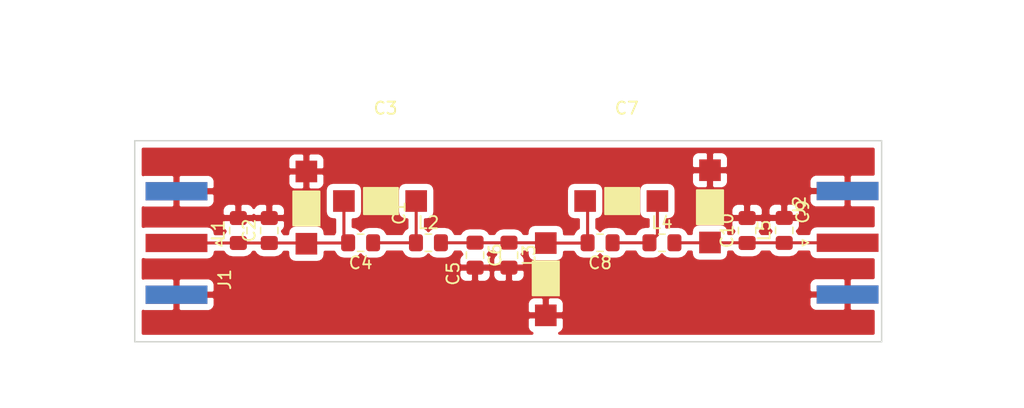
<source format=kicad_pcb>
(kicad_pcb (version 20171130) (host pcbnew "(6.0.0-rc1-dev-305-gf0b8b21)")

  (general
    (thickness 1.6)
    (drawings 4)
    (tracks 18)
    (zones 0)
    (modules 17)
    (nets 7)
  )

  (page A4)
  (layers
    (0 F.Cu signal)
    (31 B.Cu signal)
    (32 B.Adhes user)
    (33 F.Adhes user)
    (34 B.Paste user)
    (35 F.Paste user)
    (36 B.SilkS user)
    (37 F.SilkS user)
    (38 B.Mask user)
    (39 F.Mask user)
    (40 Dwgs.User user)
    (41 Cmts.User user)
    (42 Eco1.User user)
    (43 Eco2.User user)
    (44 Edge.Cuts user)
    (45 Margin user)
    (46 B.CrtYd user)
    (47 F.CrtYd user)
    (48 B.Fab user)
    (49 F.Fab user)
  )

  (setup
    (last_trace_width 0.25)
    (trace_clearance 0.2)
    (zone_clearance 0.508)
    (zone_45_only no)
    (trace_min 0.2)
    (via_size 0.8)
    (via_drill 0.4)
    (via_min_size 0.4)
    (via_min_drill 0.3)
    (uvia_size 0.3)
    (uvia_drill 0.1)
    (uvias_allowed no)
    (uvia_min_size 0.2)
    (uvia_min_drill 0.1)
    (edge_width 0.05)
    (segment_width 0.2)
    (pcb_text_width 0.3)
    (pcb_text_size 1.5 1.5)
    (mod_edge_width 0.12)
    (mod_text_size 1 1)
    (mod_text_width 0.15)
    (pad_size 1.524 1.524)
    (pad_drill 0.762)
    (pad_to_mask_clearance 0.2)
    (aux_axis_origin 0 0)
    (visible_elements FFFFFF7F)
    (pcbplotparams
      (layerselection 0x01000_7fffffff)
      (usegerberextensions false)
      (usegerberattributes false)
      (usegerberadvancedattributes false)
      (creategerberjobfile false)
      (excludeedgelayer true)
      (linewidth 0.100000)
      (plotframeref false)
      (viasonmask false)
      (mode 1)
      (useauxorigin false)
      (hpglpennumber 1)
      (hpglpenspeed 20)
      (hpglpendiameter 15.000000)
      (psnegative false)
      (psa4output false)
      (plotreference true)
      (plotvalue true)
      (plotinvisibletext false)
      (padsonsilk false)
      (subtractmaskfromsilk false)
      (outputformat 1)
      (mirror false)
      (drillshape 0)
      (scaleselection 1)
      (outputdirectory "../../../../../../../../../../../../Volumes/USB30FD/Conner/29.4 MHz Bandpass Filter/5th Order Chev/Shunt First/"))
  )

  (net 0 "")
  (net 1 "Net-(C1-Pad1)")
  (net 2 GND)
  (net 3 "Net-(C3-Pad1)")
  (net 4 "Net-(C5-Pad1)")
  (net 5 "Net-(C7-Pad1)")
  (net 6 "Net-(C10-Pad1)")

  (net_class Default "This is the default net class."
    (clearance 0.2)
    (trace_width 0.25)
    (via_dia 0.8)
    (via_drill 0.4)
    (uvia_dia 0.3)
    (uvia_drill 0.1)
    (add_net GND)
    (add_net "Net-(C1-Pad1)")
    (add_net "Net-(C10-Pad1)")
    (add_net "Net-(C3-Pad1)")
    (add_net "Net-(C5-Pad1)")
    (add_net "Net-(C7-Pad1)")
  )

  (module "Connector_PinHeader_2.54mm:Variable Capacitor" (layer F.Cu) (tedit 5E20EA9C) (tstamp 5E3CEC12)
    (at 130.429 60.936124 90)
    (path /5E3CA4A8)
    (fp_text reference C1 (at 0 7.62 90) (layer F.SilkS)
      (effects (font (size 1 1) (thickness 0.15)))
    )
    (fp_text value Trimmer1 (at 0 5.08 90) (layer F.Fab)
      (effects (font (size 1 1) (thickness 0.15)))
    )
    (fp_poly (pts (xy -1.016 -1.0795) (xy -1.016 1.0795) (xy 1.778 1.0795) (xy 1.778 -1.0795)) (layer F.SilkS) (width 0.15))
    (pad 1 smd rect (at -2.516124 0 90) (size 1.778 1.778) (layers F.Cu F.Paste F.Mask)
      (net 1 "Net-(C1-Pad1)"))
    (pad 2 smd rect (at 3.419348 0 90) (size 1.778 1.778) (layers F.Cu F.Paste F.Mask)
      (net 2 GND))
  )

  (module Capacitor_SMD:C_0805_2012Metric_Pad1.15x1.40mm_HandSolder (layer F.Cu) (tedit 5B36C52B) (tstamp 5E3CEC23)
    (at 127.381 62.366 90)
    (descr "Capacitor SMD 0805 (2012 Metric), square (rectangular) end terminal, IPC_7351 nominal with elongated pad for handsoldering. (Body size source: https://docs.google.com/spreadsheets/d/1BsfQQcO9C6DZCsRaXUlFlo91Tg2WpOkGARC1WS5S8t0/edit?usp=sharing), generated with kicad-footprint-generator")
    (tags "capacitor handsolder")
    (path /5E3C9B7E)
    (attr smd)
    (fp_text reference C2 (at 0 -1.65 90) (layer F.SilkS)
      (effects (font (size 1 1) (thickness 0.15)))
    )
    (fp_text value 270pF (at 0 1.65 90) (layer F.Fab)
      (effects (font (size 1 1) (thickness 0.15)))
    )
    (fp_line (start -1 0.6) (end -1 -0.6) (layer F.Fab) (width 0.1))
    (fp_line (start -1 -0.6) (end 1 -0.6) (layer F.Fab) (width 0.1))
    (fp_line (start 1 -0.6) (end 1 0.6) (layer F.Fab) (width 0.1))
    (fp_line (start 1 0.6) (end -1 0.6) (layer F.Fab) (width 0.1))
    (fp_line (start -0.261252 -0.71) (end 0.261252 -0.71) (layer F.SilkS) (width 0.12))
    (fp_line (start -0.261252 0.71) (end 0.261252 0.71) (layer F.SilkS) (width 0.12))
    (fp_line (start -1.85 0.95) (end -1.85 -0.95) (layer F.CrtYd) (width 0.05))
    (fp_line (start -1.85 -0.95) (end 1.85 -0.95) (layer F.CrtYd) (width 0.05))
    (fp_line (start 1.85 -0.95) (end 1.85 0.95) (layer F.CrtYd) (width 0.05))
    (fp_line (start 1.85 0.95) (end -1.85 0.95) (layer F.CrtYd) (width 0.05))
    (fp_text user %R (at 0 0 90) (layer F.Fab)
      (effects (font (size 0.5 0.5) (thickness 0.08)))
    )
    (pad 1 smd roundrect (at -1.025 0 90) (size 1.15 1.4) (layers F.Cu F.Paste F.Mask) (roundrect_rratio 0.217391)
      (net 1 "Net-(C1-Pad1)"))
    (pad 2 smd roundrect (at 1.025 0 90) (size 1.15 1.4) (layers F.Cu F.Paste F.Mask) (roundrect_rratio 0.217391)
      (net 2 GND))
    (model ${KISYS3DMOD}/Capacitor_SMD.3dshapes/C_0805_2012Metric.wrl
      (at (xyz 0 0 0))
      (scale (xyz 1 1 1))
      (rotate (xyz 0 0 0))
    )
  )

  (module "Connector_PinHeader_2.54mm:Variable Capacitor" (layer F.Cu) (tedit 5E20EA9C) (tstamp 5E3CEC2A)
    (at 136.929876 59.944 180)
    (path /5E3CA520)
    (fp_text reference C3 (at 0 7.62 180) (layer F.SilkS)
      (effects (font (size 1 1) (thickness 0.15)))
    )
    (fp_text value Trimmer2 (at 0 5.08 180) (layer F.Fab)
      (effects (font (size 1 1) (thickness 0.15)))
    )
    (fp_poly (pts (xy -1.016 -1.0795) (xy -1.016 1.0795) (xy 1.778 1.0795) (xy 1.778 -1.0795)) (layer F.SilkS) (width 0.15))
    (pad 2 smd rect (at 3.419348 0 180) (size 1.778 1.778) (layers F.Cu F.Paste F.Mask)
      (net 1 "Net-(C1-Pad1)"))
    (pad 1 smd rect (at -2.516124 0 180) (size 1.778 1.778) (layers F.Cu F.Paste F.Mask)
      (net 3 "Net-(C3-Pad1)"))
  )

  (module Capacitor_SMD:C_0805_2012Metric_Pad1.15x1.40mm_HandSolder (layer F.Cu) (tedit 5B36C52B) (tstamp 5E3CEC3B)
    (at 134.883 63.373 180)
    (descr "Capacitor SMD 0805 (2012 Metric), square (rectangular) end terminal, IPC_7351 nominal with elongated pad for handsoldering. (Body size source: https://docs.google.com/spreadsheets/d/1BsfQQcO9C6DZCsRaXUlFlo91Tg2WpOkGARC1WS5S8t0/edit?usp=sharing), generated with kicad-footprint-generator")
    (tags "capacitor handsolder")
    (path /5E3C9C4E)
    (attr smd)
    (fp_text reference C4 (at 0 -1.65 180) (layer F.SilkS)
      (effects (font (size 1 1) (thickness 0.15)))
    )
    (fp_text value 18pF (at 0 1.65 180) (layer F.Fab)
      (effects (font (size 1 1) (thickness 0.15)))
    )
    (fp_text user %R (at 0 0 180) (layer F.Fab)
      (effects (font (size 0.5 0.5) (thickness 0.08)))
    )
    (fp_line (start 1.85 0.95) (end -1.85 0.95) (layer F.CrtYd) (width 0.05))
    (fp_line (start 1.85 -0.95) (end 1.85 0.95) (layer F.CrtYd) (width 0.05))
    (fp_line (start -1.85 -0.95) (end 1.85 -0.95) (layer F.CrtYd) (width 0.05))
    (fp_line (start -1.85 0.95) (end -1.85 -0.95) (layer F.CrtYd) (width 0.05))
    (fp_line (start -0.261252 0.71) (end 0.261252 0.71) (layer F.SilkS) (width 0.12))
    (fp_line (start -0.261252 -0.71) (end 0.261252 -0.71) (layer F.SilkS) (width 0.12))
    (fp_line (start 1 0.6) (end -1 0.6) (layer F.Fab) (width 0.1))
    (fp_line (start 1 -0.6) (end 1 0.6) (layer F.Fab) (width 0.1))
    (fp_line (start -1 -0.6) (end 1 -0.6) (layer F.Fab) (width 0.1))
    (fp_line (start -1 0.6) (end -1 -0.6) (layer F.Fab) (width 0.1))
    (pad 2 smd roundrect (at 1.025 0 180) (size 1.15 1.4) (layers F.Cu F.Paste F.Mask) (roundrect_rratio 0.217391)
      (net 1 "Net-(C1-Pad1)"))
    (pad 1 smd roundrect (at -1.025 0 180) (size 1.15 1.4) (layers F.Cu F.Paste F.Mask) (roundrect_rratio 0.217391)
      (net 3 "Net-(C3-Pad1)"))
    (model ${KISYS3DMOD}/Capacitor_SMD.3dshapes/C_0805_2012Metric.wrl
      (at (xyz 0 0 0))
      (scale (xyz 1 1 1))
      (rotate (xyz 0 0 0))
    )
  )

  (module "Connector_PinHeader_2.54mm:Variable Capacitor" (layer F.Cu) (tedit 5E20EA9C) (tstamp 5E3CEC42)
    (at 150.090124 65.913 270)
    (path /5E3CA590)
    (fp_text reference C5 (at 0 7.62 270) (layer F.SilkS)
      (effects (font (size 1 1) (thickness 0.15)))
    )
    (fp_text value Trimmer3 (at 0 5.08 270) (layer F.Fab)
      (effects (font (size 1 1) (thickness 0.15)))
    )
    (fp_poly (pts (xy -1.016 -1.0795) (xy -1.016 1.0795) (xy 1.778 1.0795) (xy 1.778 -1.0795)) (layer F.SilkS) (width 0.15))
    (pad 1 smd rect (at -2.516124 0 270) (size 1.778 1.778) (layers F.Cu F.Paste F.Mask)
      (net 4 "Net-(C5-Pad1)"))
    (pad 2 smd rect (at 3.419348 0 270) (size 1.778 1.778) (layers F.Cu F.Paste F.Mask)
      (net 2 GND))
  )

  (module Capacitor_SMD:C_0805_2012Metric_Pad1.15x1.40mm_HandSolder (layer F.Cu) (tedit 5B36C52B) (tstamp 5E3CEC53)
    (at 144.281 64.389 270)
    (descr "Capacitor SMD 0805 (2012 Metric), square (rectangular) end terminal, IPC_7351 nominal with elongated pad for handsoldering. (Body size source: https://docs.google.com/spreadsheets/d/1BsfQQcO9C6DZCsRaXUlFlo91Tg2WpOkGARC1WS5S8t0/edit?usp=sharing), generated with kicad-footprint-generator")
    (tags "capacitor handsolder")
    (path /5E3C9D09)
    (attr smd)
    (fp_text reference C6 (at 0 -1.65 270) (layer F.SilkS)
      (effects (font (size 1 1) (thickness 0.15)))
    )
    (fp_text value 910pF (at 0 1.65 270) (layer F.Fab)
      (effects (font (size 1 1) (thickness 0.15)))
    )
    (fp_line (start -1 0.6) (end -1 -0.6) (layer F.Fab) (width 0.1))
    (fp_line (start -1 -0.6) (end 1 -0.6) (layer F.Fab) (width 0.1))
    (fp_line (start 1 -0.6) (end 1 0.6) (layer F.Fab) (width 0.1))
    (fp_line (start 1 0.6) (end -1 0.6) (layer F.Fab) (width 0.1))
    (fp_line (start -0.261252 -0.71) (end 0.261252 -0.71) (layer F.SilkS) (width 0.12))
    (fp_line (start -0.261252 0.71) (end 0.261252 0.71) (layer F.SilkS) (width 0.12))
    (fp_line (start -1.85 0.95) (end -1.85 -0.95) (layer F.CrtYd) (width 0.05))
    (fp_line (start -1.85 -0.95) (end 1.85 -0.95) (layer F.CrtYd) (width 0.05))
    (fp_line (start 1.85 -0.95) (end 1.85 0.95) (layer F.CrtYd) (width 0.05))
    (fp_line (start 1.85 0.95) (end -1.85 0.95) (layer F.CrtYd) (width 0.05))
    (fp_text user %R (at 0 0 270) (layer F.Fab)
      (effects (font (size 0.5 0.5) (thickness 0.08)))
    )
    (pad 1 smd roundrect (at -1.025 0 270) (size 1.15 1.4) (layers F.Cu F.Paste F.Mask) (roundrect_rratio 0.217391)
      (net 4 "Net-(C5-Pad1)"))
    (pad 2 smd roundrect (at 1.025 0 270) (size 1.15 1.4) (layers F.Cu F.Paste F.Mask) (roundrect_rratio 0.217391)
      (net 2 GND))
    (model ${KISYS3DMOD}/Capacitor_SMD.3dshapes/C_0805_2012Metric.wrl
      (at (xyz 0 0 0))
      (scale (xyz 1 1 1))
      (rotate (xyz 0 0 0))
    )
  )

  (module "Connector_PinHeader_2.54mm:Variable Capacitor" (layer F.Cu) (tedit 5E20EA9C) (tstamp 5E3CEC5A)
    (at 156.741876 59.944 180)
    (path /5E3CA5F2)
    (fp_text reference C7 (at 0 7.62 180) (layer F.SilkS)
      (effects (font (size 1 1) (thickness 0.15)))
    )
    (fp_text value Trimmer4 (at 0 5.08 180) (layer F.Fab)
      (effects (font (size 1 1) (thickness 0.15)))
    )
    (fp_poly (pts (xy -1.016 -1.0795) (xy -1.016 1.0795) (xy 1.778 1.0795) (xy 1.778 -1.0795)) (layer F.SilkS) (width 0.15))
    (pad 2 smd rect (at 3.419348 0 180) (size 1.778 1.778) (layers F.Cu F.Paste F.Mask)
      (net 4 "Net-(C5-Pad1)"))
    (pad 1 smd rect (at -2.516124 0 180) (size 1.778 1.778) (layers F.Cu F.Paste F.Mask)
      (net 5 "Net-(C7-Pad1)"))
  )

  (module Capacitor_SMD:C_0805_2012Metric_Pad1.15x1.40mm_HandSolder (layer F.Cu) (tedit 5B36C52B) (tstamp 5E3CEC6B)
    (at 154.55 63.373 180)
    (descr "Capacitor SMD 0805 (2012 Metric), square (rectangular) end terminal, IPC_7351 nominal with elongated pad for handsoldering. (Body size source: https://docs.google.com/spreadsheets/d/1BsfQQcO9C6DZCsRaXUlFlo91Tg2WpOkGARC1WS5S8t0/edit?usp=sharing), generated with kicad-footprint-generator")
    (tags "capacitor handsolder")
    (path /5E3C9DAB)
    (attr smd)
    (fp_text reference C8 (at 0 -1.65 180) (layer F.SilkS)
      (effects (font (size 1 1) (thickness 0.15)))
    )
    (fp_text value 18pF (at 0 1.65 180) (layer F.Fab)
      (effects (font (size 1 1) (thickness 0.15)))
    )
    (fp_text user %R (at 0 0 180) (layer F.Fab)
      (effects (font (size 0.5 0.5) (thickness 0.08)))
    )
    (fp_line (start 1.85 0.95) (end -1.85 0.95) (layer F.CrtYd) (width 0.05))
    (fp_line (start 1.85 -0.95) (end 1.85 0.95) (layer F.CrtYd) (width 0.05))
    (fp_line (start -1.85 -0.95) (end 1.85 -0.95) (layer F.CrtYd) (width 0.05))
    (fp_line (start -1.85 0.95) (end -1.85 -0.95) (layer F.CrtYd) (width 0.05))
    (fp_line (start -0.261252 0.71) (end 0.261252 0.71) (layer F.SilkS) (width 0.12))
    (fp_line (start -0.261252 -0.71) (end 0.261252 -0.71) (layer F.SilkS) (width 0.12))
    (fp_line (start 1 0.6) (end -1 0.6) (layer F.Fab) (width 0.1))
    (fp_line (start 1 -0.6) (end 1 0.6) (layer F.Fab) (width 0.1))
    (fp_line (start -1 -0.6) (end 1 -0.6) (layer F.Fab) (width 0.1))
    (fp_line (start -1 0.6) (end -1 -0.6) (layer F.Fab) (width 0.1))
    (pad 2 smd roundrect (at 1.025 0 180) (size 1.15 1.4) (layers F.Cu F.Paste F.Mask) (roundrect_rratio 0.217391)
      (net 4 "Net-(C5-Pad1)"))
    (pad 1 smd roundrect (at -1.025 0 180) (size 1.15 1.4) (layers F.Cu F.Paste F.Mask) (roundrect_rratio 0.217391)
      (net 5 "Net-(C7-Pad1)"))
    (model ${KISYS3DMOD}/Capacitor_SMD.3dshapes/C_0805_2012Metric.wrl
      (at (xyz 0 0 0))
      (scale (xyz 1 1 1))
      (rotate (xyz 0 0 0))
    )
  )

  (module "Connector_PinHeader_2.54mm:Variable Capacitor" (layer F.Cu) (tedit 5E20EA9C) (tstamp 5E3CEC72)
    (at 163.576 60.833 90)
    (path /5E3CA668)
    (fp_text reference C9 (at 0 7.62 90) (layer F.SilkS)
      (effects (font (size 1 1) (thickness 0.15)))
    )
    (fp_text value Trimmer5 (at 0 5.08 90) (layer F.Fab)
      (effects (font (size 1 1) (thickness 0.15)))
    )
    (fp_poly (pts (xy -1.016 -1.0795) (xy -1.016 1.0795) (xy 1.778 1.0795) (xy 1.778 -1.0795)) (layer F.SilkS) (width 0.15))
    (pad 1 smd rect (at -2.516124 0 90) (size 1.778 1.778) (layers F.Cu F.Paste F.Mask)
      (net 6 "Net-(C10-Pad1)"))
    (pad 2 smd rect (at 3.419348 0 90) (size 1.778 1.778) (layers F.Cu F.Paste F.Mask)
      (net 2 GND))
  )

  (module Capacitor_SMD:C_0805_2012Metric_Pad1.15x1.40mm_HandSolder (layer F.Cu) (tedit 5B36C52B) (tstamp 5E3CEC83)
    (at 166.624 62.366 90)
    (descr "Capacitor SMD 0805 (2012 Metric), square (rectangular) end terminal, IPC_7351 nominal with elongated pad for handsoldering. (Body size source: https://docs.google.com/spreadsheets/d/1BsfQQcO9C6DZCsRaXUlFlo91Tg2WpOkGARC1WS5S8t0/edit?usp=sharing), generated with kicad-footprint-generator")
    (tags "capacitor handsolder")
    (path /5E3C9E94)
    (attr smd)
    (fp_text reference C10 (at 0 -1.65 90) (layer F.SilkS)
      (effects (font (size 1 1) (thickness 0.15)))
    )
    (fp_text value 270pF (at 0 1.65 90) (layer F.Fab)
      (effects (font (size 1 1) (thickness 0.15)))
    )
    (fp_line (start -1 0.6) (end -1 -0.6) (layer F.Fab) (width 0.1))
    (fp_line (start -1 -0.6) (end 1 -0.6) (layer F.Fab) (width 0.1))
    (fp_line (start 1 -0.6) (end 1 0.6) (layer F.Fab) (width 0.1))
    (fp_line (start 1 0.6) (end -1 0.6) (layer F.Fab) (width 0.1))
    (fp_line (start -0.261252 -0.71) (end 0.261252 -0.71) (layer F.SilkS) (width 0.12))
    (fp_line (start -0.261252 0.71) (end 0.261252 0.71) (layer F.SilkS) (width 0.12))
    (fp_line (start -1.85 0.95) (end -1.85 -0.95) (layer F.CrtYd) (width 0.05))
    (fp_line (start -1.85 -0.95) (end 1.85 -0.95) (layer F.CrtYd) (width 0.05))
    (fp_line (start 1.85 -0.95) (end 1.85 0.95) (layer F.CrtYd) (width 0.05))
    (fp_line (start 1.85 0.95) (end -1.85 0.95) (layer F.CrtYd) (width 0.05))
    (fp_text user %R (at 0 0 90) (layer F.Fab)
      (effects (font (size 0.5 0.5) (thickness 0.08)))
    )
    (pad 1 smd roundrect (at -1.025 0 90) (size 1.15 1.4) (layers F.Cu F.Paste F.Mask) (roundrect_rratio 0.217391)
      (net 6 "Net-(C10-Pad1)"))
    (pad 2 smd roundrect (at 1.025 0 90) (size 1.15 1.4) (layers F.Cu F.Paste F.Mask) (roundrect_rratio 0.217391)
      (net 2 GND))
    (model ${KISYS3DMOD}/Capacitor_SMD.3dshapes/C_0805_2012Metric.wrl
      (at (xyz 0 0 0))
      (scale (xyz 1 1 1))
      (rotate (xyz 0 0 0))
    )
  )

  (module Connector_Coaxial:SMA_Amphenol_132289_EdgeMount (layer F.Cu) (tedit 5A1C1810) (tstamp 5E3CECA6)
    (at 119.761 63.390001 180)
    (descr http://www.amphenolrf.com/132289.html)
    (tags SMA)
    (path /5E3C9FB3)
    (attr smd)
    (fp_text reference J1 (at -3.96 -3 270) (layer F.SilkS)
      (effects (font (size 1 1) (thickness 0.15)))
    )
    (fp_text value Conn_Coaxial (at 5 6 180) (layer F.Fab)
      (effects (font (size 1 1) (thickness 0.15)))
    )
    (fp_line (start -1.91 5.08) (end 4.445 5.08) (layer F.Fab) (width 0.1))
    (fp_line (start -1.91 3.81) (end -1.91 5.08) (layer F.Fab) (width 0.1))
    (fp_line (start 2.54 3.81) (end -1.91 3.81) (layer F.Fab) (width 0.1))
    (fp_line (start 2.54 -3.81) (end 2.54 3.81) (layer F.Fab) (width 0.1))
    (fp_line (start -1.91 -3.81) (end 2.54 -3.81) (layer F.Fab) (width 0.1))
    (fp_line (start -1.91 -5.08) (end -1.91 -3.81) (layer F.Fab) (width 0.1))
    (fp_line (start -1.91 -5.08) (end 4.445 -5.08) (layer F.Fab) (width 0.1))
    (fp_line (start 4.445 -3.81) (end 4.445 -5.08) (layer F.Fab) (width 0.1))
    (fp_line (start 4.445 5.08) (end 4.445 3.81) (layer F.Fab) (width 0.1))
    (fp_line (start 13.97 3.81) (end 4.445 3.81) (layer F.Fab) (width 0.1))
    (fp_line (start 13.97 -3.81) (end 13.97 3.81) (layer F.Fab) (width 0.1))
    (fp_line (start 4.445 -3.81) (end 13.97 -3.81) (layer F.Fab) (width 0.1))
    (fp_line (start -3.04 5.58) (end -3.04 -5.58) (layer B.CrtYd) (width 0.05))
    (fp_line (start 14.47 5.58) (end -3.04 5.58) (layer B.CrtYd) (width 0.05))
    (fp_line (start 14.47 -5.58) (end 14.47 5.58) (layer B.CrtYd) (width 0.05))
    (fp_line (start 14.47 -5.58) (end -3.04 -5.58) (layer B.CrtYd) (width 0.05))
    (fp_line (start -3.04 5.58) (end -3.04 -5.58) (layer F.CrtYd) (width 0.05))
    (fp_line (start 14.47 5.58) (end -3.04 5.58) (layer F.CrtYd) (width 0.05))
    (fp_line (start 14.47 -5.58) (end 14.47 5.58) (layer F.CrtYd) (width 0.05))
    (fp_line (start 14.47 -5.58) (end -3.04 -5.58) (layer F.CrtYd) (width 0.05))
    (fp_text user %R (at 4.79 0 90) (layer F.Fab)
      (effects (font (size 1 1) (thickness 0.15)))
    )
    (fp_line (start 2.54 -0.75) (end 3.54 0) (layer F.Fab) (width 0.1))
    (fp_line (start 3.54 0) (end 2.54 0.75) (layer F.Fab) (width 0.1))
    (fp_line (start -3.21 0) (end -3.71 -0.25) (layer F.SilkS) (width 0.12))
    (fp_line (start -3.71 -0.25) (end -3.71 0.25) (layer F.SilkS) (width 0.12))
    (fp_line (start -3.71 0.25) (end -3.21 0) (layer F.SilkS) (width 0.12))
    (pad 1 smd rect (at 0 0 270) (size 1.5 5.08) (layers F.Cu F.Paste F.Mask)
      (net 1 "Net-(C1-Pad1)"))
    (pad 2 smd rect (at 0 -4.25 270) (size 1.5 5.08) (layers F.Cu F.Paste F.Mask)
      (net 2 GND))
    (pad 2 smd rect (at 0 4.25 270) (size 1.5 5.08) (layers F.Cu F.Paste F.Mask)
      (net 2 GND))
    (pad 2 smd rect (at 0 -4.25 270) (size 1.5 5.08) (layers B.Cu B.Paste B.Mask)
      (net 2 GND))
    (pad 2 smd rect (at 0 4.25 270) (size 1.5 5.08) (layers B.Cu B.Paste B.Mask)
      (net 2 GND))
    (model ${KISYS3DMOD}/Connector_Coaxial.3dshapes/SMA_Amphenol_132289_EdgeMount.wrl
      (at (xyz 0 0 0))
      (scale (xyz 1 1 1))
      (rotate (xyz 0 0 0))
    )
  )

  (module Connector_Coaxial:SMA_Amphenol_132289_EdgeMount (layer F.Cu) (tedit 5A1C1810) (tstamp 5E3CECC9)
    (at 174.879 63.373)
    (descr http://www.amphenolrf.com/132289.html)
    (tags SMA)
    (path /5E3C9F4B)
    (attr smd)
    (fp_text reference J2 (at -3.96 -3 90) (layer F.SilkS)
      (effects (font (size 1 1) (thickness 0.15)))
    )
    (fp_text value Conn_Coaxial (at 5 6) (layer F.Fab)
      (effects (font (size 1 1) (thickness 0.15)))
    )
    (fp_line (start -3.71 0.25) (end -3.21 0) (layer F.SilkS) (width 0.12))
    (fp_line (start -3.71 -0.25) (end -3.71 0.25) (layer F.SilkS) (width 0.12))
    (fp_line (start -3.21 0) (end -3.71 -0.25) (layer F.SilkS) (width 0.12))
    (fp_line (start 3.54 0) (end 2.54 0.75) (layer F.Fab) (width 0.1))
    (fp_line (start 2.54 -0.75) (end 3.54 0) (layer F.Fab) (width 0.1))
    (fp_text user %R (at 4.79 0 270) (layer F.Fab)
      (effects (font (size 1 1) (thickness 0.15)))
    )
    (fp_line (start 14.47 -5.58) (end -3.04 -5.58) (layer F.CrtYd) (width 0.05))
    (fp_line (start 14.47 -5.58) (end 14.47 5.58) (layer F.CrtYd) (width 0.05))
    (fp_line (start 14.47 5.58) (end -3.04 5.58) (layer F.CrtYd) (width 0.05))
    (fp_line (start -3.04 5.58) (end -3.04 -5.58) (layer F.CrtYd) (width 0.05))
    (fp_line (start 14.47 -5.58) (end -3.04 -5.58) (layer B.CrtYd) (width 0.05))
    (fp_line (start 14.47 -5.58) (end 14.47 5.58) (layer B.CrtYd) (width 0.05))
    (fp_line (start 14.47 5.58) (end -3.04 5.58) (layer B.CrtYd) (width 0.05))
    (fp_line (start -3.04 5.58) (end -3.04 -5.58) (layer B.CrtYd) (width 0.05))
    (fp_line (start 4.445 -3.81) (end 13.97 -3.81) (layer F.Fab) (width 0.1))
    (fp_line (start 13.97 -3.81) (end 13.97 3.81) (layer F.Fab) (width 0.1))
    (fp_line (start 13.97 3.81) (end 4.445 3.81) (layer F.Fab) (width 0.1))
    (fp_line (start 4.445 5.08) (end 4.445 3.81) (layer F.Fab) (width 0.1))
    (fp_line (start 4.445 -3.81) (end 4.445 -5.08) (layer F.Fab) (width 0.1))
    (fp_line (start -1.91 -5.08) (end 4.445 -5.08) (layer F.Fab) (width 0.1))
    (fp_line (start -1.91 -5.08) (end -1.91 -3.81) (layer F.Fab) (width 0.1))
    (fp_line (start -1.91 -3.81) (end 2.54 -3.81) (layer F.Fab) (width 0.1))
    (fp_line (start 2.54 -3.81) (end 2.54 3.81) (layer F.Fab) (width 0.1))
    (fp_line (start 2.54 3.81) (end -1.91 3.81) (layer F.Fab) (width 0.1))
    (fp_line (start -1.91 3.81) (end -1.91 5.08) (layer F.Fab) (width 0.1))
    (fp_line (start -1.91 5.08) (end 4.445 5.08) (layer F.Fab) (width 0.1))
    (pad 2 smd rect (at 0 4.25 90) (size 1.5 5.08) (layers B.Cu B.Paste B.Mask)
      (net 2 GND))
    (pad 2 smd rect (at 0 -4.25 90) (size 1.5 5.08) (layers B.Cu B.Paste B.Mask)
      (net 2 GND))
    (pad 2 smd rect (at 0 4.25 90) (size 1.5 5.08) (layers F.Cu F.Paste F.Mask)
      (net 2 GND))
    (pad 2 smd rect (at 0 -4.25 90) (size 1.5 5.08) (layers F.Cu F.Paste F.Mask)
      (net 2 GND))
    (pad 1 smd rect (at 0 0 90) (size 1.5 5.08) (layers F.Cu F.Paste F.Mask)
      (net 6 "Net-(C10-Pad1)"))
    (model ${KISYS3DMOD}/Connector_Coaxial.3dshapes/SMA_Amphenol_132289_EdgeMount.wrl
      (at (xyz 0 0 0))
      (scale (xyz 1 1 1))
      (rotate (xyz 0 0 0))
    )
  )

  (module Inductor_SMD:L_0805_2012Metric_Pad1.15x1.40mm_HandSolder (layer F.Cu) (tedit 5B36C52B) (tstamp 5E3CECDA)
    (at 124.841 62.366 90)
    (descr "Capacitor SMD 0805 (2012 Metric), square (rectangular) end terminal, IPC_7351 nominal with elongated pad for handsoldering. (Body size source: https://docs.google.com/spreadsheets/d/1BsfQQcO9C6DZCsRaXUlFlo91Tg2WpOkGARC1WS5S8t0/edit?usp=sharing), generated with kicad-footprint-generator")
    (tags "inductor handsolder")
    (path /5E3C9BE7)
    (attr smd)
    (fp_text reference L1 (at 0 -1.65 90) (layer F.SilkS)
      (effects (font (size 1 1) (thickness 0.15)))
    )
    (fp_text value 110nH (at 0 1.65 90) (layer F.Fab)
      (effects (font (size 1 1) (thickness 0.15)))
    )
    (fp_line (start -1 0.6) (end -1 -0.6) (layer F.Fab) (width 0.1))
    (fp_line (start -1 -0.6) (end 1 -0.6) (layer F.Fab) (width 0.1))
    (fp_line (start 1 -0.6) (end 1 0.6) (layer F.Fab) (width 0.1))
    (fp_line (start 1 0.6) (end -1 0.6) (layer F.Fab) (width 0.1))
    (fp_line (start -0.261252 -0.71) (end 0.261252 -0.71) (layer F.SilkS) (width 0.12))
    (fp_line (start -0.261252 0.71) (end 0.261252 0.71) (layer F.SilkS) (width 0.12))
    (fp_line (start -1.85 0.95) (end -1.85 -0.95) (layer F.CrtYd) (width 0.05))
    (fp_line (start -1.85 -0.95) (end 1.85 -0.95) (layer F.CrtYd) (width 0.05))
    (fp_line (start 1.85 -0.95) (end 1.85 0.95) (layer F.CrtYd) (width 0.05))
    (fp_line (start 1.85 0.95) (end -1.85 0.95) (layer F.CrtYd) (width 0.05))
    (fp_text user %R (at 0 0 90) (layer F.Fab)
      (effects (font (size 0.5 0.5) (thickness 0.08)))
    )
    (pad 1 smd roundrect (at -1.025 0 90) (size 1.15 1.4) (layers F.Cu F.Paste F.Mask) (roundrect_rratio 0.217391)
      (net 1 "Net-(C1-Pad1)"))
    (pad 2 smd roundrect (at 1.025 0 90) (size 1.15 1.4) (layers F.Cu F.Paste F.Mask) (roundrect_rratio 0.217391)
      (net 2 GND))
    (model ${KISYS3DMOD}/Inductor_SMD.3dshapes/L_0805_2012Metric.wrl
      (at (xyz 0 0 0))
      (scale (xyz 1 1 1))
      (rotate (xyz 0 0 0))
    )
  )

  (module Inductor_SMD:L_0805_2012Metric_Pad1.15x1.40mm_HandSolder (layer F.Cu) (tedit 5B36C52B) (tstamp 5E3CECEB)
    (at 140.453 63.373)
    (descr "Capacitor SMD 0805 (2012 Metric), square (rectangular) end terminal, IPC_7351 nominal with elongated pad for handsoldering. (Body size source: https://docs.google.com/spreadsheets/d/1BsfQQcO9C6DZCsRaXUlFlo91Tg2WpOkGARC1WS5S8t0/edit?usp=sharing), generated with kicad-footprint-generator")
    (tags "inductor handsolder")
    (path /5E3C9C9F)
    (attr smd)
    (fp_text reference L2 (at 0 -1.65) (layer F.SilkS)
      (effects (font (size 1 1) (thickness 0.15)))
    )
    (fp_text value 1.8uH (at 0 1.65) (layer F.Fab)
      (effects (font (size 1 1) (thickness 0.15)))
    )
    (fp_text user %R (at 0 0) (layer F.Fab)
      (effects (font (size 0.5 0.5) (thickness 0.08)))
    )
    (fp_line (start 1.85 0.95) (end -1.85 0.95) (layer F.CrtYd) (width 0.05))
    (fp_line (start 1.85 -0.95) (end 1.85 0.95) (layer F.CrtYd) (width 0.05))
    (fp_line (start -1.85 -0.95) (end 1.85 -0.95) (layer F.CrtYd) (width 0.05))
    (fp_line (start -1.85 0.95) (end -1.85 -0.95) (layer F.CrtYd) (width 0.05))
    (fp_line (start -0.261252 0.71) (end 0.261252 0.71) (layer F.SilkS) (width 0.12))
    (fp_line (start -0.261252 -0.71) (end 0.261252 -0.71) (layer F.SilkS) (width 0.12))
    (fp_line (start 1 0.6) (end -1 0.6) (layer F.Fab) (width 0.1))
    (fp_line (start 1 -0.6) (end 1 0.6) (layer F.Fab) (width 0.1))
    (fp_line (start -1 -0.6) (end 1 -0.6) (layer F.Fab) (width 0.1))
    (fp_line (start -1 0.6) (end -1 -0.6) (layer F.Fab) (width 0.1))
    (pad 2 smd roundrect (at 1.025 0) (size 1.15 1.4) (layers F.Cu F.Paste F.Mask) (roundrect_rratio 0.217391)
      (net 4 "Net-(C5-Pad1)"))
    (pad 1 smd roundrect (at -1.025 0) (size 1.15 1.4) (layers F.Cu F.Paste F.Mask) (roundrect_rratio 0.217391)
      (net 3 "Net-(C3-Pad1)"))
    (model ${KISYS3DMOD}/Inductor_SMD.3dshapes/L_0805_2012Metric.wrl
      (at (xyz 0 0 0))
      (scale (xyz 1 1 1))
      (rotate (xyz 0 0 0))
    )
  )

  (module Inductor_SMD:L_0805_2012Metric_Pad1.15x1.40mm_HandSolder (layer F.Cu) (tedit 5B36C52B) (tstamp 5E3CECFC)
    (at 147.066 64.389 270)
    (descr "Capacitor SMD 0805 (2012 Metric), square (rectangular) end terminal, IPC_7351 nominal with elongated pad for handsoldering. (Body size source: https://docs.google.com/spreadsheets/d/1BsfQQcO9C6DZCsRaXUlFlo91Tg2WpOkGARC1WS5S8t0/edit?usp=sharing), generated with kicad-footprint-generator")
    (tags "inductor handsolder")
    (path /5E3C9D57)
    (attr smd)
    (fp_text reference L3 (at 0 -1.65 270) (layer F.SilkS)
      (effects (font (size 1 1) (thickness 0.15)))
    )
    (fp_text value 36nH (at 0 1.65 270) (layer F.Fab)
      (effects (font (size 1 1) (thickness 0.15)))
    )
    (fp_line (start -1 0.6) (end -1 -0.6) (layer F.Fab) (width 0.1))
    (fp_line (start -1 -0.6) (end 1 -0.6) (layer F.Fab) (width 0.1))
    (fp_line (start 1 -0.6) (end 1 0.6) (layer F.Fab) (width 0.1))
    (fp_line (start 1 0.6) (end -1 0.6) (layer F.Fab) (width 0.1))
    (fp_line (start -0.261252 -0.71) (end 0.261252 -0.71) (layer F.SilkS) (width 0.12))
    (fp_line (start -0.261252 0.71) (end 0.261252 0.71) (layer F.SilkS) (width 0.12))
    (fp_line (start -1.85 0.95) (end -1.85 -0.95) (layer F.CrtYd) (width 0.05))
    (fp_line (start -1.85 -0.95) (end 1.85 -0.95) (layer F.CrtYd) (width 0.05))
    (fp_line (start 1.85 -0.95) (end 1.85 0.95) (layer F.CrtYd) (width 0.05))
    (fp_line (start 1.85 0.95) (end -1.85 0.95) (layer F.CrtYd) (width 0.05))
    (fp_text user %R (at 0 0 270) (layer F.Fab)
      (effects (font (size 0.5 0.5) (thickness 0.08)))
    )
    (pad 1 smd roundrect (at -1.025 0 270) (size 1.15 1.4) (layers F.Cu F.Paste F.Mask) (roundrect_rratio 0.217391)
      (net 4 "Net-(C5-Pad1)"))
    (pad 2 smd roundrect (at 1.025 0 270) (size 1.15 1.4) (layers F.Cu F.Paste F.Mask) (roundrect_rratio 0.217391)
      (net 2 GND))
    (model ${KISYS3DMOD}/Inductor_SMD.3dshapes/L_0805_2012Metric.wrl
      (at (xyz 0 0 0))
      (scale (xyz 1 1 1))
      (rotate (xyz 0 0 0))
    )
  )

  (module Inductor_SMD:L_0805_2012Metric_Pad1.15x1.40mm_HandSolder (layer F.Cu) (tedit 5B36C52B) (tstamp 5E3CED0D)
    (at 159.63 63.373)
    (descr "Capacitor SMD 0805 (2012 Metric), square (rectangular) end terminal, IPC_7351 nominal with elongated pad for handsoldering. (Body size source: https://docs.google.com/spreadsheets/d/1BsfQQcO9C6DZCsRaXUlFlo91Tg2WpOkGARC1WS5S8t0/edit?usp=sharing), generated with kicad-footprint-generator")
    (tags "inductor handsolder")
    (path /5E3C9E0E)
    (attr smd)
    (fp_text reference L4 (at 0 -1.65) (layer F.SilkS)
      (effects (font (size 1 1) (thickness 0.15)))
    )
    (fp_text value 1.8uH (at 0 1.65) (layer F.Fab)
      (effects (font (size 1 1) (thickness 0.15)))
    )
    (fp_text user %R (at 0 0) (layer F.Fab)
      (effects (font (size 0.5 0.5) (thickness 0.08)))
    )
    (fp_line (start 1.85 0.95) (end -1.85 0.95) (layer F.CrtYd) (width 0.05))
    (fp_line (start 1.85 -0.95) (end 1.85 0.95) (layer F.CrtYd) (width 0.05))
    (fp_line (start -1.85 -0.95) (end 1.85 -0.95) (layer F.CrtYd) (width 0.05))
    (fp_line (start -1.85 0.95) (end -1.85 -0.95) (layer F.CrtYd) (width 0.05))
    (fp_line (start -0.261252 0.71) (end 0.261252 0.71) (layer F.SilkS) (width 0.12))
    (fp_line (start -0.261252 -0.71) (end 0.261252 -0.71) (layer F.SilkS) (width 0.12))
    (fp_line (start 1 0.6) (end -1 0.6) (layer F.Fab) (width 0.1))
    (fp_line (start 1 -0.6) (end 1 0.6) (layer F.Fab) (width 0.1))
    (fp_line (start -1 -0.6) (end 1 -0.6) (layer F.Fab) (width 0.1))
    (fp_line (start -1 0.6) (end -1 -0.6) (layer F.Fab) (width 0.1))
    (pad 2 smd roundrect (at 1.025 0) (size 1.15 1.4) (layers F.Cu F.Paste F.Mask) (roundrect_rratio 0.217391)
      (net 6 "Net-(C10-Pad1)"))
    (pad 1 smd roundrect (at -1.025 0) (size 1.15 1.4) (layers F.Cu F.Paste F.Mask) (roundrect_rratio 0.217391)
      (net 5 "Net-(C7-Pad1)"))
    (model ${KISYS3DMOD}/Inductor_SMD.3dshapes/L_0805_2012Metric.wrl
      (at (xyz 0 0 0))
      (scale (xyz 1 1 1))
      (rotate (xyz 0 0 0))
    )
  )

  (module Inductor_SMD:L_0805_2012Metric_Pad1.15x1.40mm_HandSolder (layer F.Cu) (tedit 5B36C52B) (tstamp 5E3CED1E)
    (at 169.672 62.357 90)
    (descr "Capacitor SMD 0805 (2012 Metric), square (rectangular) end terminal, IPC_7351 nominal with elongated pad for handsoldering. (Body size source: https://docs.google.com/spreadsheets/d/1BsfQQcO9C6DZCsRaXUlFlo91Tg2WpOkGARC1WS5S8t0/edit?usp=sharing), generated with kicad-footprint-generator")
    (tags "inductor handsolder")
    (path /5E3C9EEE)
    (attr smd)
    (fp_text reference L5 (at 0 -1.65 90) (layer F.SilkS)
      (effects (font (size 1 1) (thickness 0.15)))
    )
    (fp_text value 110nH (at 0 1.65 90) (layer F.Fab)
      (effects (font (size 1 1) (thickness 0.15)))
    )
    (fp_line (start -1 0.6) (end -1 -0.6) (layer F.Fab) (width 0.1))
    (fp_line (start -1 -0.6) (end 1 -0.6) (layer F.Fab) (width 0.1))
    (fp_line (start 1 -0.6) (end 1 0.6) (layer F.Fab) (width 0.1))
    (fp_line (start 1 0.6) (end -1 0.6) (layer F.Fab) (width 0.1))
    (fp_line (start -0.261252 -0.71) (end 0.261252 -0.71) (layer F.SilkS) (width 0.12))
    (fp_line (start -0.261252 0.71) (end 0.261252 0.71) (layer F.SilkS) (width 0.12))
    (fp_line (start -1.85 0.95) (end -1.85 -0.95) (layer F.CrtYd) (width 0.05))
    (fp_line (start -1.85 -0.95) (end 1.85 -0.95) (layer F.CrtYd) (width 0.05))
    (fp_line (start 1.85 -0.95) (end 1.85 0.95) (layer F.CrtYd) (width 0.05))
    (fp_line (start 1.85 0.95) (end -1.85 0.95) (layer F.CrtYd) (width 0.05))
    (fp_text user %R (at 0 0 90) (layer F.Fab)
      (effects (font (size 0.5 0.5) (thickness 0.08)))
    )
    (pad 1 smd roundrect (at -1.025 0 90) (size 1.15 1.4) (layers F.Cu F.Paste F.Mask) (roundrect_rratio 0.217391)
      (net 6 "Net-(C10-Pad1)"))
    (pad 2 smd roundrect (at 1.025 0 90) (size 1.15 1.4) (layers F.Cu F.Paste F.Mask) (roundrect_rratio 0.217391)
      (net 2 GND))
    (model ${KISYS3DMOD}/Inductor_SMD.3dshapes/L_0805_2012Metric.wrl
      (at (xyz 0 0 0))
      (scale (xyz 1 1 1))
      (rotate (xyz 0 0 0))
    )
  )

  (gr_line (start 177.673 54.991) (end 116.332 54.991) (layer Edge.Cuts) (width 0.12))
  (gr_line (start 177.673 71.501) (end 177.673 54.991) (layer Edge.Cuts) (width 0.12))
  (gr_line (start 116.332 71.501) (end 177.673 71.501) (layer Edge.Cuts) (width 0.12))
  (gr_line (start 116.332 54.991) (end 116.332 71.501) (layer Edge.Cuts) (width 0.12))

  (segment (start 133.840999 63.390001) (end 133.858 63.373) (width 0.25) (layer F.Cu) (net 1))
  (segment (start 119.761 63.390001) (end 133.840999 63.390001) (width 0.25) (layer F.Cu) (net 1))
  (segment (start 131.14128 63.452248) (end 130.429 63.452248) (width 0.25) (layer F.Cu) (net 1))
  (segment (start 133.510528 63.025528) (end 133.858 63.373) (width 0.25) (layer F.Cu) (net 1))
  (segment (start 133.510528 59.944) (end 133.510528 63.025528) (width 0.25) (layer F.Cu) (net 1))
  (segment (start 135.908 63.373) (end 139.428 63.373) (width 0.25) (layer F.Cu) (net 3))
  (segment (start 139.446 63.355) (end 139.428 63.373) (width 0.25) (layer F.Cu) (net 3))
  (segment (start 139.446 59.944) (end 139.446 63.355) (width 0.25) (layer F.Cu) (net 3))
  (segment (start 150.066248 63.373) (end 150.090124 63.396876) (width 0.25) (layer F.Cu) (net 4))
  (segment (start 141.478 63.373) (end 150.066248 63.373) (width 0.25) (layer F.Cu) (net 4))
  (segment (start 153.501124 63.396876) (end 153.525 63.373) (width 0.25) (layer F.Cu) (net 4))
  (segment (start 150.090124 63.396876) (end 153.501124 63.396876) (width 0.25) (layer F.Cu) (net 4))
  (segment (start 153.525 60.146472) (end 153.322528 59.944) (width 0.25) (layer F.Cu) (net 4))
  (segment (start 153.525 63.373) (end 153.525 60.146472) (width 0.25) (layer F.Cu) (net 4))
  (segment (start 155.575 63.373) (end 158.605 63.373) (width 0.25) (layer F.Cu) (net 5))
  (segment (start 159.258 62.72) (end 158.605 63.373) (width 0.25) (layer F.Cu) (net 5))
  (segment (start 159.258 59.944) (end 159.258 62.72) (width 0.25) (layer F.Cu) (net 5))
  (segment (start 160.655 63.373) (end 174.879 63.373) (width 0.25) (layer F.Cu) (net 6))

  (zone (net 2) (net_name GND) (layer F.Cu) (tstamp 5E3D1424) (hatch edge 0.508)
    (connect_pads (clearance 0.508))
    (min_thickness 0.254)
    (fill yes (arc_segments 16) (thermal_gap 0.508) (thermal_bridge_width 0.508))
    (polygon
      (pts
        (xy 116.332 43.434) (xy 116.332 76.962) (xy 178.054 76.962) (xy 178.181 43.434)
      )
    )
    (filled_polygon
      (pts
        (xy 138.273873 64.166436) (xy 138.468414 64.457586) (xy 138.759564 64.652127) (xy 139.102999 64.72044) (xy 139.753001 64.72044)
        (xy 140.096436 64.652127) (xy 140.387586 64.457586) (xy 140.453 64.359687) (xy 140.518414 64.457586) (xy 140.809564 64.652127)
        (xy 141.152999 64.72044) (xy 141.803001 64.72044) (xy 142.146436 64.652127) (xy 142.437586 64.457586) (xy 142.632127 64.166436)
        (xy 142.638778 64.133) (xy 143.069068 64.133) (xy 143.196414 64.323586) (xy 143.197597 64.324377) (xy 143.042673 64.479302)
        (xy 142.946 64.712691) (xy 142.946 65.12825) (xy 143.10475 65.287) (xy 144.154 65.287) (xy 144.154 65.267)
        (xy 144.408 65.267) (xy 144.408 65.287) (xy 145.45725 65.287) (xy 145.616 65.12825) (xy 145.616 64.712691)
        (xy 145.519327 64.479302) (xy 145.364403 64.324377) (xy 145.365586 64.323586) (xy 145.492932 64.133) (xy 145.854068 64.133)
        (xy 145.981414 64.323586) (xy 145.982597 64.324377) (xy 145.827673 64.479302) (xy 145.731 64.712691) (xy 145.731 65.12825)
        (xy 145.88975 65.287) (xy 146.939 65.287) (xy 146.939 65.267) (xy 147.193 65.267) (xy 147.193 65.287)
        (xy 148.24225 65.287) (xy 148.401 65.12825) (xy 148.401 64.712691) (xy 148.304327 64.479302) (xy 148.149403 64.324377)
        (xy 148.150586 64.323586) (xy 148.277932 64.133) (xy 148.553684 64.133) (xy 148.553684 64.285876) (xy 148.602967 64.533641)
        (xy 148.743315 64.743685) (xy 148.953359 64.884033) (xy 149.201124 64.933316) (xy 150.979124 64.933316) (xy 151.226889 64.884033)
        (xy 151.436933 64.743685) (xy 151.577281 64.533641) (xy 151.626564 64.285876) (xy 151.626564 64.156876) (xy 152.368971 64.156876)
        (xy 152.370873 64.166436) (xy 152.565414 64.457586) (xy 152.856564 64.652127) (xy 153.199999 64.72044) (xy 153.850001 64.72044)
        (xy 154.193436 64.652127) (xy 154.484586 64.457586) (xy 154.55 64.359687) (xy 154.615414 64.457586) (xy 154.906564 64.652127)
        (xy 155.249999 64.72044) (xy 155.900001 64.72044) (xy 156.243436 64.652127) (xy 156.534586 64.457586) (xy 156.729127 64.166436)
        (xy 156.735778 64.133) (xy 157.444222 64.133) (xy 157.450873 64.166436) (xy 157.645414 64.457586) (xy 157.936564 64.652127)
        (xy 158.279999 64.72044) (xy 158.930001 64.72044) (xy 159.273436 64.652127) (xy 159.564586 64.457586) (xy 159.63 64.359687)
        (xy 159.695414 64.457586) (xy 159.986564 64.652127) (xy 160.329999 64.72044) (xy 160.980001 64.72044) (xy 161.323436 64.652127)
        (xy 161.614586 64.457586) (xy 161.809127 64.166436) (xy 161.815778 64.133) (xy 162.03956 64.133) (xy 162.03956 64.238124)
        (xy 162.088843 64.485889) (xy 162.229191 64.695933) (xy 162.439235 64.836281) (xy 162.687 64.885564) (xy 164.465 64.885564)
        (xy 164.712765 64.836281) (xy 164.922809 64.695933) (xy 165.063157 64.485889) (xy 165.11244 64.238124) (xy 165.11244 64.133)
        (xy 165.394027 64.133) (xy 165.539414 64.350586) (xy 165.830564 64.545127) (xy 166.173999 64.61344) (xy 167.074001 64.61344)
        (xy 167.417436 64.545127) (xy 167.708586 64.350586) (xy 167.853973 64.133) (xy 168.448041 64.133) (xy 168.587414 64.341586)
        (xy 168.878564 64.536127) (xy 169.221999 64.60444) (xy 170.122001 64.60444) (xy 170.465436 64.536127) (xy 170.756586 64.341586)
        (xy 170.895959 64.133) (xy 171.693549 64.133) (xy 171.740843 64.370765) (xy 171.881191 64.580809) (xy 172.091235 64.721157)
        (xy 172.339 64.77044) (xy 176.978 64.77044) (xy 176.978 66.238) (xy 175.16475 66.238) (xy 175.006 66.39675)
        (xy 175.006 67.496) (xy 175.026 67.496) (xy 175.026 67.75) (xy 175.006 67.75) (xy 175.006 68.84925)
        (xy 175.16475 69.008) (xy 176.978 69.008) (xy 176.978 70.806) (xy 151.226985 70.806) (xy 151.338823 70.759675)
        (xy 151.517451 70.581046) (xy 151.614124 70.347657) (xy 151.614124 69.618098) (xy 151.455374 69.459348) (xy 150.217124 69.459348)
        (xy 150.217124 69.479348) (xy 149.963124 69.479348) (xy 149.963124 69.459348) (xy 148.724874 69.459348) (xy 148.566124 69.618098)
        (xy 148.566124 70.347657) (xy 148.662797 70.581046) (xy 148.841425 70.759675) (xy 148.953263 70.806) (xy 117.027 70.806)
        (xy 117.027 68.996963) (xy 117.09469 69.025001) (xy 119.47525 69.025001) (xy 119.634 68.866251) (xy 119.634 67.767001)
        (xy 119.888 67.767001) (xy 119.888 68.866251) (xy 120.04675 69.025001) (xy 122.42731 69.025001) (xy 122.660699 68.928328)
        (xy 122.839327 68.749699) (xy 122.936 68.51631) (xy 122.936 68.317039) (xy 148.566124 68.317039) (xy 148.566124 69.046598)
        (xy 148.724874 69.205348) (xy 149.963124 69.205348) (xy 149.963124 67.967098) (xy 150.217124 67.967098) (xy 150.217124 69.205348)
        (xy 151.455374 69.205348) (xy 151.614124 69.046598) (xy 151.614124 68.317039) (xy 151.517451 68.08365) (xy 151.342552 67.90875)
        (xy 171.704 67.90875) (xy 171.704 68.499309) (xy 171.800673 68.732698) (xy 171.979301 68.911327) (xy 172.21269 69.008)
        (xy 174.59325 69.008) (xy 174.752 68.84925) (xy 174.752 67.75) (xy 171.86275 67.75) (xy 171.704 67.90875)
        (xy 151.342552 67.90875) (xy 151.338823 67.905021) (xy 151.105434 67.808348) (xy 150.375874 67.808348) (xy 150.217124 67.967098)
        (xy 149.963124 67.967098) (xy 149.804374 67.808348) (xy 149.074814 67.808348) (xy 148.841425 67.905021) (xy 148.662797 68.08365)
        (xy 148.566124 68.317039) (xy 122.936 68.317039) (xy 122.936 67.925751) (xy 122.77725 67.767001) (xy 119.888 67.767001)
        (xy 119.634 67.767001) (xy 119.614 67.767001) (xy 119.614 67.513001) (xy 119.634 67.513001) (xy 119.634 66.413751)
        (xy 119.888 66.413751) (xy 119.888 67.513001) (xy 122.77725 67.513001) (xy 122.936 67.354251) (xy 122.936 66.763692)
        (xy 122.928958 66.746691) (xy 171.704 66.746691) (xy 171.704 67.33725) (xy 171.86275 67.496) (xy 174.752 67.496)
        (xy 174.752 66.39675) (xy 174.59325 66.238) (xy 172.21269 66.238) (xy 171.979301 66.334673) (xy 171.800673 66.513302)
        (xy 171.704 66.746691) (xy 122.928958 66.746691) (xy 122.839327 66.530303) (xy 122.660699 66.351674) (xy 122.42731 66.255001)
        (xy 120.04675 66.255001) (xy 119.888 66.413751) (xy 119.634 66.413751) (xy 119.47525 66.255001) (xy 117.09469 66.255001)
        (xy 117.027 66.283039) (xy 117.027 65.69975) (xy 142.946 65.69975) (xy 142.946 66.115309) (xy 143.042673 66.348698)
        (xy 143.221301 66.527327) (xy 143.45469 66.624) (xy 143.99525 66.624) (xy 144.154 66.46525) (xy 144.154 65.541)
        (xy 144.408 65.541) (xy 144.408 66.46525) (xy 144.56675 66.624) (xy 145.10731 66.624) (xy 145.340699 66.527327)
        (xy 145.519327 66.348698) (xy 145.616 66.115309) (xy 145.616 65.69975) (xy 145.731 65.69975) (xy 145.731 66.115309)
        (xy 145.827673 66.348698) (xy 146.006301 66.527327) (xy 146.23969 66.624) (xy 146.78025 66.624) (xy 146.939 66.46525)
        (xy 146.939 65.541) (xy 147.193 65.541) (xy 147.193 66.46525) (xy 147.35175 66.624) (xy 147.89231 66.624)
        (xy 148.125699 66.527327) (xy 148.304327 66.348698) (xy 148.401 66.115309) (xy 148.401 65.69975) (xy 148.24225 65.541)
        (xy 147.193 65.541) (xy 146.939 65.541) (xy 145.88975 65.541) (xy 145.731 65.69975) (xy 145.616 65.69975)
        (xy 145.45725 65.541) (xy 144.408 65.541) (xy 144.154 65.541) (xy 143.10475 65.541) (xy 142.946 65.69975)
        (xy 117.027 65.69975) (xy 117.027 64.748852) (xy 117.221 64.787441) (xy 122.301 64.787441) (xy 122.548765 64.738158)
        (xy 122.758809 64.59781) (xy 122.899157 64.387766) (xy 122.946451 64.150001) (xy 123.622387 64.150001) (xy 123.756414 64.350586)
        (xy 124.047564 64.545127) (xy 124.390999 64.61344) (xy 125.291001 64.61344) (xy 125.634436 64.545127) (xy 125.925586 64.350586)
        (xy 126.059613 64.150001) (xy 126.162387 64.150001) (xy 126.296414 64.350586) (xy 126.587564 64.545127) (xy 126.930999 64.61344)
        (xy 127.831001 64.61344) (xy 128.174436 64.545127) (xy 128.465586 64.350586) (xy 128.599613 64.150001) (xy 128.89256 64.150001)
        (xy 128.89256 64.341248) (xy 128.941843 64.589013) (xy 129.082191 64.799057) (xy 129.292235 64.939405) (xy 129.54 64.988688)
        (xy 131.318 64.988688) (xy 131.565765 64.939405) (xy 131.775809 64.799057) (xy 131.916157 64.589013) (xy 131.96544 64.341248)
        (xy 131.96544 64.150001) (xy 132.700604 64.150001) (xy 132.703873 64.166436) (xy 132.898414 64.457586) (xy 133.189564 64.652127)
        (xy 133.532999 64.72044) (xy 134.183001 64.72044) (xy 134.526436 64.652127) (xy 134.817586 64.457586) (xy 134.883 64.359687)
        (xy 134.948414 64.457586) (xy 135.239564 64.652127) (xy 135.582999 64.72044) (xy 136.233001 64.72044) (xy 136.576436 64.652127)
        (xy 136.867586 64.457586) (xy 137.062127 64.166436) (xy 137.068778 64.133) (xy 138.267222 64.133)
      )
    )
    (filled_polygon
      (pts
        (xy 176.978001 57.738) (xy 175.16475 57.738) (xy 175.006 57.89675) (xy 175.006 58.996) (xy 175.026 58.996)
        (xy 175.026 59.25) (xy 175.006 59.25) (xy 175.006 60.34925) (xy 175.16475 60.508) (xy 176.978001 60.508)
        (xy 176.978001 61.97556) (xy 172.339 61.97556) (xy 172.091235 62.024843) (xy 171.881191 62.165191) (xy 171.740843 62.375235)
        (xy 171.693549 62.613) (xy 170.883932 62.613) (xy 170.756586 62.422414) (xy 170.755403 62.421623) (xy 170.910327 62.266698)
        (xy 171.007 62.033309) (xy 171.007 61.61775) (xy 170.84825 61.459) (xy 169.799 61.459) (xy 169.799 61.479)
        (xy 169.545 61.479) (xy 169.545 61.459) (xy 168.49575 61.459) (xy 168.337 61.61775) (xy 168.337 62.033309)
        (xy 168.433673 62.266698) (xy 168.588597 62.421623) (xy 168.587414 62.422414) (xy 168.460068 62.613) (xy 167.829918 62.613)
        (xy 167.708586 62.431414) (xy 167.707403 62.430623) (xy 167.862327 62.275698) (xy 167.959 62.042309) (xy 167.959 61.62675)
        (xy 167.80025 61.468) (xy 166.751 61.468) (xy 166.751 61.488) (xy 166.497 61.488) (xy 166.497 61.468)
        (xy 165.44775 61.468) (xy 165.289 61.62675) (xy 165.289 62.042309) (xy 165.385673 62.275698) (xy 165.540597 62.430623)
        (xy 165.539414 62.431414) (xy 165.418082 62.613) (xy 165.11244 62.613) (xy 165.11244 62.460124) (xy 165.063157 62.212359)
        (xy 164.922809 62.002315) (xy 164.712765 61.861967) (xy 164.465 61.812684) (xy 162.687 61.812684) (xy 162.439235 61.861967)
        (xy 162.229191 62.002315) (xy 162.088843 62.212359) (xy 162.03956 62.460124) (xy 162.03956 62.613) (xy 161.815778 62.613)
        (xy 161.809127 62.579564) (xy 161.614586 62.288414) (xy 161.323436 62.093873) (xy 160.980001 62.02556) (xy 160.329999 62.02556)
        (xy 160.018 62.08762) (xy 160.018 61.48044) (xy 160.147 61.48044) (xy 160.394765 61.431157) (xy 160.604809 61.290809)
        (xy 160.745157 61.080765) (xy 160.79444 60.833) (xy 160.79444 60.639691) (xy 165.289 60.639691) (xy 165.289 61.05525)
        (xy 165.44775 61.214) (xy 166.497 61.214) (xy 166.497 60.28975) (xy 166.751 60.28975) (xy 166.751 61.214)
        (xy 167.80025 61.214) (xy 167.959 61.05525) (xy 167.959 60.639691) (xy 167.955273 60.630691) (xy 168.337 60.630691)
        (xy 168.337 61.04625) (xy 168.49575 61.205) (xy 169.545 61.205) (xy 169.545 60.28075) (xy 169.799 60.28075)
        (xy 169.799 61.205) (xy 170.84825 61.205) (xy 171.007 61.04625) (xy 171.007 60.630691) (xy 170.910327 60.397302)
        (xy 170.731699 60.218673) (xy 170.49831 60.122) (xy 169.95775 60.122) (xy 169.799 60.28075) (xy 169.545 60.28075)
        (xy 169.38625 60.122) (xy 168.84569 60.122) (xy 168.612301 60.218673) (xy 168.433673 60.397302) (xy 168.337 60.630691)
        (xy 167.955273 60.630691) (xy 167.862327 60.406302) (xy 167.683699 60.227673) (xy 167.45031 60.131) (xy 166.90975 60.131)
        (xy 166.751 60.28975) (xy 166.497 60.28975) (xy 166.33825 60.131) (xy 165.79769 60.131) (xy 165.564301 60.227673)
        (xy 165.385673 60.406302) (xy 165.289 60.639691) (xy 160.79444 60.639691) (xy 160.79444 59.40875) (xy 171.704 59.40875)
        (xy 171.704 59.999309) (xy 171.800673 60.232698) (xy 171.979301 60.411327) (xy 172.21269 60.508) (xy 174.59325 60.508)
        (xy 174.752 60.34925) (xy 174.752 59.25) (xy 171.86275 59.25) (xy 171.704 59.40875) (xy 160.79444 59.40875)
        (xy 160.79444 59.055) (xy 160.745157 58.807235) (xy 160.604809 58.597191) (xy 160.394765 58.456843) (xy 160.147 58.40756)
        (xy 158.369 58.40756) (xy 158.121235 58.456843) (xy 157.911191 58.597191) (xy 157.770843 58.807235) (xy 157.72156 59.055)
        (xy 157.72156 60.833) (xy 157.770843 61.080765) (xy 157.911191 61.290809) (xy 158.121235 61.431157) (xy 158.369 61.48044)
        (xy 158.498001 61.48044) (xy 158.498001 62.02556) (xy 158.279999 62.02556) (xy 157.936564 62.093873) (xy 157.645414 62.288414)
        (xy 157.450873 62.579564) (xy 157.444222 62.613) (xy 156.735778 62.613) (xy 156.729127 62.579564) (xy 156.534586 62.288414)
        (xy 156.243436 62.093873) (xy 155.900001 62.02556) (xy 155.249999 62.02556) (xy 154.906564 62.093873) (xy 154.615414 62.288414)
        (xy 154.55 62.386313) (xy 154.484586 62.288414) (xy 154.285 62.155054) (xy 154.285 61.465826) (xy 154.459293 61.431157)
        (xy 154.669337 61.290809) (xy 154.809685 61.080765) (xy 154.858968 60.833) (xy 154.858968 59.055) (xy 154.809685 58.807235)
        (xy 154.669337 58.597191) (xy 154.459293 58.456843) (xy 154.211528 58.40756) (xy 152.433528 58.40756) (xy 152.185763 58.456843)
        (xy 151.975719 58.597191) (xy 151.835371 58.807235) (xy 151.786088 59.055) (xy 151.786088 60.833) (xy 151.835371 61.080765)
        (xy 151.975719 61.290809) (xy 152.185763 61.431157) (xy 152.433528 61.48044) (xy 152.765001 61.48044) (xy 152.765 62.155054)
        (xy 152.565414 62.288414) (xy 152.370873 62.579564) (xy 152.359473 62.636876) (xy 151.626564 62.636876) (xy 151.626564 62.507876)
        (xy 151.577281 62.260111) (xy 151.436933 62.050067) (xy 151.226889 61.909719) (xy 150.979124 61.860436) (xy 149.201124 61.860436)
        (xy 148.953359 61.909719) (xy 148.743315 62.050067) (xy 148.602967 62.260111) (xy 148.553684 62.507876) (xy 148.553684 62.613)
        (xy 148.289959 62.613) (xy 148.150586 62.404414) (xy 147.859436 62.209873) (xy 147.516001 62.14156) (xy 146.615999 62.14156)
        (xy 146.272564 62.209873) (xy 145.981414 62.404414) (xy 145.842041 62.613) (xy 145.504959 62.613) (xy 145.365586 62.404414)
        (xy 145.074436 62.209873) (xy 144.731001 62.14156) (xy 143.830999 62.14156) (xy 143.487564 62.209873) (xy 143.196414 62.404414)
        (xy 143.057041 62.613) (xy 142.638778 62.613) (xy 142.632127 62.579564) (xy 142.437586 62.288414) (xy 142.146436 62.093873)
        (xy 141.803001 62.02556) (xy 141.152999 62.02556) (xy 140.809564 62.093873) (xy 140.518414 62.288414) (xy 140.453 62.386313)
        (xy 140.387586 62.288414) (xy 140.206 62.167082) (xy 140.206 61.48044) (xy 140.335 61.48044) (xy 140.582765 61.431157)
        (xy 140.792809 61.290809) (xy 140.933157 61.080765) (xy 140.98244 60.833) (xy 140.98244 59.055) (xy 140.933157 58.807235)
        (xy 140.792809 58.597191) (xy 140.582765 58.456843) (xy 140.335 58.40756) (xy 138.557 58.40756) (xy 138.309235 58.456843)
        (xy 138.099191 58.597191) (xy 137.958843 58.807235) (xy 137.90956 59.055) (xy 137.90956 60.833) (xy 137.958843 61.080765)
        (xy 138.099191 61.290809) (xy 138.309235 61.431157) (xy 138.557 61.48044) (xy 138.686 61.48044) (xy 138.686001 62.143027)
        (xy 138.468414 62.288414) (xy 138.273873 62.579564) (xy 138.267222 62.613) (xy 137.068778 62.613) (xy 137.062127 62.579564)
        (xy 136.867586 62.288414) (xy 136.576436 62.093873) (xy 136.233001 62.02556) (xy 135.582999 62.02556) (xy 135.239564 62.093873)
        (xy 134.948414 62.288414) (xy 134.883 62.386313) (xy 134.817586 62.288414) (xy 134.526436 62.093873) (xy 134.270528 62.04297)
        (xy 134.270528 61.48044) (xy 134.399528 61.48044) (xy 134.647293 61.431157) (xy 134.857337 61.290809) (xy 134.997685 61.080765)
        (xy 135.046968 60.833) (xy 135.046968 59.055) (xy 134.997685 58.807235) (xy 134.857337 58.597191) (xy 134.647293 58.456843)
        (xy 134.399528 58.40756) (xy 132.621528 58.40756) (xy 132.373763 58.456843) (xy 132.163719 58.597191) (xy 132.023371 58.807235)
        (xy 131.974088 59.055) (xy 131.974088 60.833) (xy 132.023371 61.080765) (xy 132.163719 61.290809) (xy 132.373763 61.431157)
        (xy 132.621528 61.48044) (xy 132.750528 61.48044) (xy 132.750529 62.509739) (xy 132.703873 62.579564) (xy 132.693841 62.630001)
        (xy 131.96544 62.630001) (xy 131.96544 62.563248) (xy 131.916157 62.315483) (xy 131.775809 62.105439) (xy 131.565765 61.965091)
        (xy 131.318 61.915808) (xy 129.54 61.915808) (xy 129.292235 61.965091) (xy 129.082191 62.105439) (xy 128.941843 62.315483)
        (xy 128.89256 62.563248) (xy 128.89256 62.630001) (xy 128.598278 62.630001) (xy 128.465586 62.431414) (xy 128.464403 62.430623)
        (xy 128.619327 62.275698) (xy 128.716 62.042309) (xy 128.716 61.62675) (xy 128.55725 61.468) (xy 127.508 61.468)
        (xy 127.508 61.488) (xy 127.254 61.488) (xy 127.254 61.468) (xy 126.20475 61.468) (xy 126.111 61.56175)
        (xy 126.01725 61.468) (xy 124.968 61.468) (xy 124.968 61.488) (xy 124.714 61.488) (xy 124.714 61.468)
        (xy 123.66475 61.468) (xy 123.506 61.62675) (xy 123.506 62.042309) (xy 123.602673 62.275698) (xy 123.757597 62.430623)
        (xy 123.756414 62.431414) (xy 123.623722 62.630001) (xy 122.946451 62.630001) (xy 122.899157 62.392236) (xy 122.758809 62.182192)
        (xy 122.548765 62.041844) (xy 122.301 61.992561) (xy 117.221 61.992561) (xy 117.027 62.03115) (xy 117.027 60.639691)
        (xy 123.506 60.639691) (xy 123.506 61.05525) (xy 123.66475 61.214) (xy 124.714 61.214) (xy 124.714 60.28975)
        (xy 124.968 60.28975) (xy 124.968 61.214) (xy 126.01725 61.214) (xy 126.111 61.12025) (xy 126.20475 61.214)
        (xy 127.254 61.214) (xy 127.254 60.28975) (xy 127.508 60.28975) (xy 127.508 61.214) (xy 128.55725 61.214)
        (xy 128.716 61.05525) (xy 128.716 60.639691) (xy 128.619327 60.406302) (xy 128.440699 60.227673) (xy 128.20731 60.131)
        (xy 127.66675 60.131) (xy 127.508 60.28975) (xy 127.254 60.28975) (xy 127.09525 60.131) (xy 126.55469 60.131)
        (xy 126.321301 60.227673) (xy 126.142673 60.406302) (xy 126.111 60.482767) (xy 126.079327 60.406302) (xy 125.900699 60.227673)
        (xy 125.66731 60.131) (xy 125.12675 60.131) (xy 124.968 60.28975) (xy 124.714 60.28975) (xy 124.55525 60.131)
        (xy 124.01469 60.131) (xy 123.781301 60.227673) (xy 123.602673 60.406302) (xy 123.506 60.639691) (xy 117.027 60.639691)
        (xy 117.027 60.496963) (xy 117.09469 60.525001) (xy 119.47525 60.525001) (xy 119.634 60.366251) (xy 119.634 59.267001)
        (xy 119.888 59.267001) (xy 119.888 60.366251) (xy 120.04675 60.525001) (xy 122.42731 60.525001) (xy 122.660699 60.428328)
        (xy 122.839327 60.249699) (xy 122.936 60.01631) (xy 122.936 59.425751) (xy 122.77725 59.267001) (xy 119.888 59.267001)
        (xy 119.634 59.267001) (xy 119.614 59.267001) (xy 119.614 59.013001) (xy 119.634 59.013001) (xy 119.634 57.913751)
        (xy 119.888 57.913751) (xy 119.888 59.013001) (xy 122.77725 59.013001) (xy 122.936 58.854251) (xy 122.936 58.263692)
        (xy 122.839327 58.030303) (xy 122.660699 57.851674) (xy 122.542046 57.802526) (xy 128.905 57.802526) (xy 128.905 58.532085)
        (xy 129.001673 58.765474) (xy 129.180301 58.944103) (xy 129.41369 59.040776) (xy 130.14325 59.040776) (xy 130.302 58.882026)
        (xy 130.302 57.643776) (xy 130.556 57.643776) (xy 130.556 58.882026) (xy 130.71475 59.040776) (xy 131.44431 59.040776)
        (xy 131.677699 58.944103) (xy 131.856327 58.765474) (xy 131.953 58.532085) (xy 131.953 57.802526) (xy 131.849876 57.699402)
        (xy 162.052 57.699402) (xy 162.052 58.428961) (xy 162.148673 58.66235) (xy 162.327301 58.840979) (xy 162.56069 58.937652)
        (xy 163.29025 58.937652) (xy 163.449 58.778902) (xy 163.449 57.540652) (xy 163.703 57.540652) (xy 163.703 58.778902)
        (xy 163.86175 58.937652) (xy 164.59131 58.937652) (xy 164.824699 58.840979) (xy 165.003327 58.66235) (xy 165.1 58.428961)
        (xy 165.1 58.246691) (xy 171.704 58.246691) (xy 171.704 58.83725) (xy 171.86275 58.996) (xy 174.752 58.996)
        (xy 174.752 57.89675) (xy 174.59325 57.738) (xy 172.21269 57.738) (xy 171.979301 57.834673) (xy 171.800673 58.013302)
        (xy 171.704 58.246691) (xy 165.1 58.246691) (xy 165.1 57.699402) (xy 164.94125 57.540652) (xy 163.703 57.540652)
        (xy 163.449 57.540652) (xy 162.21075 57.540652) (xy 162.052 57.699402) (xy 131.849876 57.699402) (xy 131.79425 57.643776)
        (xy 130.556 57.643776) (xy 130.302 57.643776) (xy 129.06375 57.643776) (xy 128.905 57.802526) (xy 122.542046 57.802526)
        (xy 122.42731 57.755001) (xy 120.04675 57.755001) (xy 119.888 57.913751) (xy 119.634 57.913751) (xy 119.47525 57.755001)
        (xy 117.09469 57.755001) (xy 117.027 57.783039) (xy 117.027 56.501467) (xy 128.905 56.501467) (xy 128.905 57.231026)
        (xy 129.06375 57.389776) (xy 130.302 57.389776) (xy 130.302 56.151526) (xy 130.556 56.151526) (xy 130.556 57.389776)
        (xy 131.79425 57.389776) (xy 131.953 57.231026) (xy 131.953 56.501467) (xy 131.910285 56.398343) (xy 162.052 56.398343)
        (xy 162.052 57.127902) (xy 162.21075 57.286652) (xy 163.449 57.286652) (xy 163.449 56.048402) (xy 163.703 56.048402)
        (xy 163.703 57.286652) (xy 164.94125 57.286652) (xy 165.1 57.127902) (xy 165.1 56.398343) (xy 165.003327 56.164954)
        (xy 164.824699 55.986325) (xy 164.59131 55.889652) (xy 163.86175 55.889652) (xy 163.703 56.048402) (xy 163.449 56.048402)
        (xy 163.29025 55.889652) (xy 162.56069 55.889652) (xy 162.327301 55.986325) (xy 162.148673 56.164954) (xy 162.052 56.398343)
        (xy 131.910285 56.398343) (xy 131.856327 56.268078) (xy 131.677699 56.089449) (xy 131.44431 55.992776) (xy 130.71475 55.992776)
        (xy 130.556 56.151526) (xy 130.302 56.151526) (xy 130.14325 55.992776) (xy 129.41369 55.992776) (xy 129.180301 56.089449)
        (xy 129.001673 56.268078) (xy 128.905 56.501467) (xy 117.027 56.501467) (xy 117.027 55.686) (xy 176.978001 55.686)
      )
    )
  )
)

</source>
